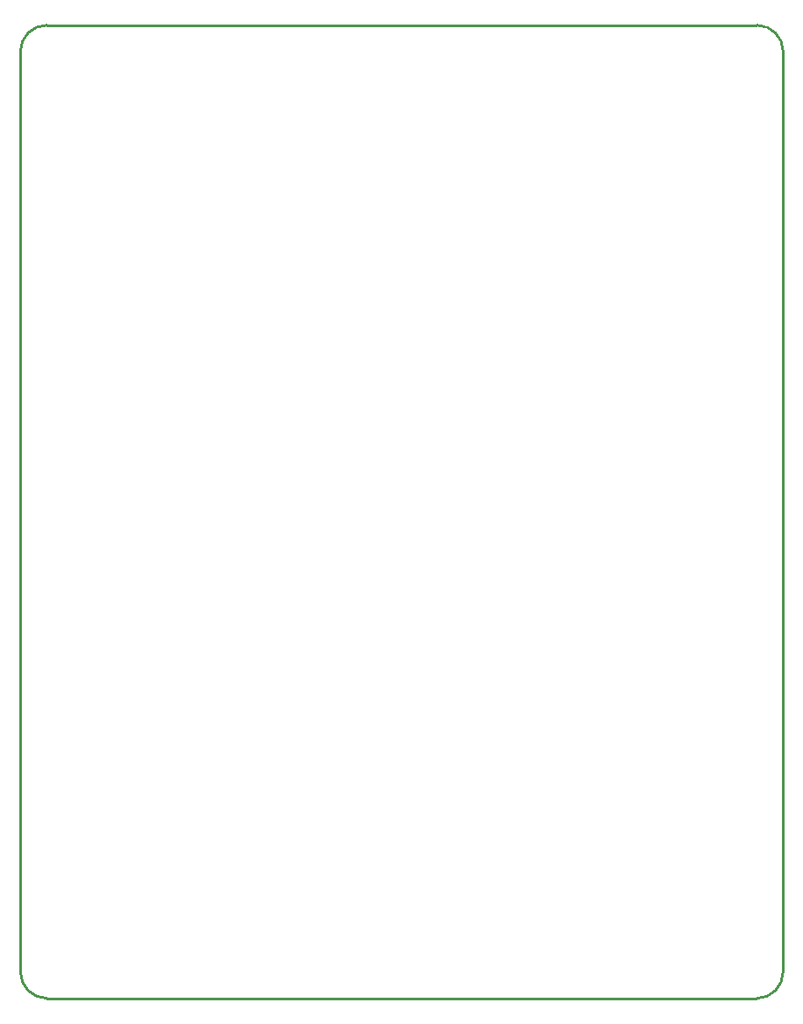
<source format=gko>
G04*
G04 #@! TF.GenerationSoftware,Altium Limited,Altium Designer,24.0.1 (36)*
G04*
G04 Layer_Color=16711935*
%FSLAX44Y44*%
%MOMM*%
G71*
G04*
G04 #@! TF.SameCoordinates,2E35C3AD-188A-49CD-8274-300F61BF0D8F*
G04*
G04*
G04 #@! TF.FilePolarity,Positive*
G04*
G01*
G75*
%ADD12C,0.2540*%
D12*
X1371600Y1219200D02*
G03*
X1346200Y1244600I-25400J0D01*
G01*
Y304800D02*
G03*
X1371600Y330200I0J25400D01*
G01*
X660400Y1244600D02*
G03*
X635000Y1219200I0J-25400D01*
G01*
Y330200D02*
G03*
X660400Y304800I25400J0D01*
G01*
X1346200D01*
X660400Y1244600D02*
X1346200D01*
X1371600Y330200D02*
Y1219200D01*
X635000Y330200D02*
Y1219200D01*
M02*

</source>
